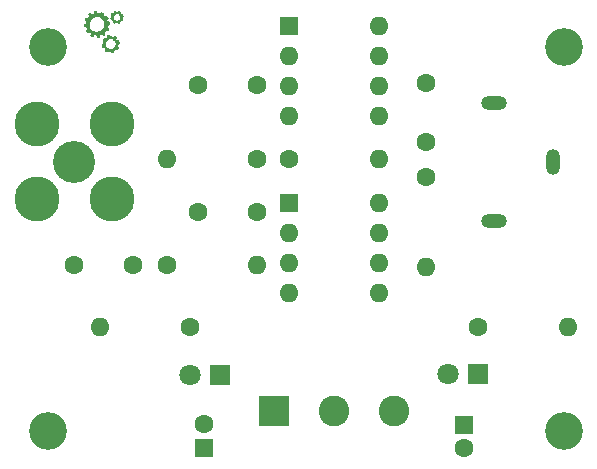
<source format=gts>
%TF.GenerationSoftware,KiCad,Pcbnew,(6.0.7-1)-1*%
%TF.CreationDate,2022-08-15T15:41:10-06:00*%
%TF.ProjectId,bpf,6270662e-6b69-4636-9164-5f7063625858,1*%
%TF.SameCoordinates,Original*%
%TF.FileFunction,Soldermask,Top*%
%TF.FilePolarity,Negative*%
%FSLAX46Y46*%
G04 Gerber Fmt 4.6, Leading zero omitted, Abs format (unit mm)*
G04 Created by KiCad (PCBNEW (6.0.7-1)-1) date 2022-08-15 15:41:10*
%MOMM*%
%LPD*%
G01*
G04 APERTURE LIST*
%ADD10C,1.600000*%
%ADD11O,1.600000X1.600000*%
%ADD12R,2.600000X2.600000*%
%ADD13C,2.600000*%
%ADD14C,3.200000*%
%ADD15R,1.800000X1.800000*%
%ADD16C,1.800000*%
%ADD17R,1.600000X1.600000*%
%ADD18C,3.556000*%
%ADD19C,3.810000*%
%ADD20O,2.200000X1.200000*%
%ADD21O,1.200000X2.200000*%
G04 APERTURE END LIST*
G36*
X81654059Y-92039807D02*
G01*
X81748966Y-92007092D01*
X81759483Y-91958054D01*
X81768021Y-91912818D01*
X81769412Y-91881160D01*
X81762001Y-91857427D01*
X81744132Y-91835967D01*
X81717171Y-91813477D01*
X81686153Y-91786091D01*
X81659372Y-91756975D01*
X81645276Y-91736812D01*
X81626209Y-91701406D01*
X81664525Y-91615415D01*
X81681770Y-91577707D01*
X81696389Y-91547564D01*
X81706282Y-91529231D01*
X81708921Y-91525735D01*
X81720752Y-91525912D01*
X81747604Y-91529395D01*
X81784896Y-91535532D01*
X81810000Y-91540144D01*
X81851213Y-91547251D01*
X81884641Y-91551617D01*
X81905741Y-91552724D01*
X81910584Y-91551621D01*
X81919268Y-91541351D01*
X81937421Y-91519899D01*
X81961590Y-91491346D01*
X81969305Y-91482231D01*
X82022443Y-91419463D01*
X81986680Y-91327231D01*
X81950916Y-91235000D01*
X81977958Y-91212530D01*
X82001144Y-91194457D01*
X82032896Y-91171154D01*
X82057491Y-91153818D01*
X82109982Y-91117576D01*
X82152491Y-91153005D01*
X82184748Y-91179942D01*
X82217510Y-91207378D01*
X82230000Y-91217865D01*
X82265000Y-91247296D01*
X82350000Y-91215050D01*
X82435000Y-91182805D01*
X82450000Y-91087080D01*
X82456907Y-91045655D01*
X82463259Y-91012266D01*
X82468152Y-90991442D01*
X82470000Y-90986872D01*
X82481515Y-90984260D01*
X82508372Y-90980908D01*
X82545953Y-90977343D01*
X82570773Y-90975391D01*
X82666547Y-90968392D01*
X82692171Y-91026696D01*
X82708080Y-91064571D01*
X82722278Y-91101207D01*
X82729361Y-91121554D01*
X82736548Y-91141107D01*
X82746125Y-91153084D01*
X82763266Y-91160641D01*
X82793147Y-91166933D01*
X82807963Y-91169488D01*
X82844520Y-91175982D01*
X82874589Y-91181841D01*
X82890919Y-91185606D01*
X82905209Y-91180674D01*
X82928293Y-91159544D01*
X82960707Y-91121707D01*
X82969205Y-91111010D01*
X83031571Y-91031677D01*
X83068285Y-91046987D01*
X83134282Y-91076596D01*
X83182699Y-91103332D01*
X83215524Y-91128459D01*
X83234310Y-91152420D01*
X83243188Y-91170762D01*
X83247407Y-91187809D01*
X83247138Y-91209353D01*
X83242554Y-91241185D01*
X83237752Y-91267917D01*
X83222771Y-91349206D01*
X83315241Y-91427178D01*
X83400120Y-91394225D01*
X83438854Y-91379556D01*
X83470921Y-91368093D01*
X83491479Y-91361537D01*
X83495748Y-91360636D01*
X83505622Y-91368126D01*
X83523696Y-91388746D01*
X83547276Y-91418857D01*
X83573664Y-91454818D01*
X83600164Y-91492990D01*
X83624080Y-91529734D01*
X83637292Y-91551699D01*
X83658380Y-91588398D01*
X83593403Y-91664248D01*
X83528425Y-91740098D01*
X83544794Y-91789382D01*
X83551952Y-91810728D01*
X83559084Y-91825535D01*
X83569831Y-91835687D01*
X83587836Y-91843071D01*
X83616740Y-91849571D01*
X83660184Y-91857072D01*
X83682851Y-91860842D01*
X83719355Y-91867659D01*
X83741731Y-91875021D01*
X83755679Y-91886079D01*
X83766899Y-91903983D01*
X83769294Y-91908616D01*
X83780228Y-91939897D01*
X83789727Y-91986004D01*
X83796727Y-92041768D01*
X83796744Y-92041951D01*
X83805604Y-92138846D01*
X83710417Y-92172867D01*
X83615231Y-92206888D01*
X83608036Y-92250944D01*
X83602301Y-92285133D01*
X83596945Y-92315635D01*
X83595801Y-92321846D01*
X83595225Y-92337448D01*
X83601991Y-92352301D01*
X83619069Y-92370511D01*
X83649429Y-92396183D01*
X83649839Y-92396515D01*
X83681402Y-92425076D01*
X83708184Y-92454669D01*
X83724567Y-92479058D01*
X83724915Y-92479811D01*
X83731972Y-92496846D01*
X83734628Y-92511489D01*
X83731918Y-92528496D01*
X83722875Y-92552622D01*
X83706534Y-92588624D01*
X83699974Y-92602642D01*
X83681781Y-92639965D01*
X83666183Y-92669218D01*
X83655339Y-92686488D01*
X83652018Y-92689471D01*
X83639710Y-92687448D01*
X83612516Y-92682460D01*
X83575180Y-92675385D01*
X83553126Y-92671134D01*
X83461253Y-92653325D01*
X83405626Y-92720942D01*
X83380622Y-92752303D01*
X83361443Y-92778197D01*
X83351042Y-92794558D01*
X83350000Y-92797558D01*
X83353453Y-92810293D01*
X83362711Y-92836938D01*
X83376120Y-92872846D01*
X83384012Y-92893194D01*
X83418025Y-92979831D01*
X83348423Y-93030455D01*
X83315173Y-93054137D01*
X83287110Y-93073210D01*
X83268863Y-93084561D01*
X83265663Y-93086129D01*
X83252867Y-93082153D01*
X83229269Y-93067330D01*
X83198824Y-93044317D01*
X83179845Y-93028487D01*
X83107186Y-92965795D01*
X82935000Y-93026647D01*
X82918734Y-93123755D01*
X82911473Y-93165322D01*
X82905066Y-93198768D01*
X82900392Y-93219671D01*
X82898734Y-93224407D01*
X82887798Y-93226613D01*
X82861420Y-93229663D01*
X82824114Y-93233077D01*
X82798280Y-93235106D01*
X82701560Y-93242261D01*
X82682150Y-93203630D01*
X82667373Y-93170641D01*
X82651877Y-93130719D01*
X82645330Y-93111786D01*
X82636372Y-93085108D01*
X82627716Y-93067628D01*
X82615038Y-93056448D01*
X82594014Y-93048666D01*
X82560319Y-93041381D01*
X82532473Y-93036091D01*
X82459947Y-93022313D01*
X82399007Y-93098656D01*
X82372414Y-93131186D01*
X82350269Y-93156816D01*
X82335573Y-93172151D01*
X82331533Y-93175000D01*
X82320117Y-93171166D01*
X82294862Y-93160874D01*
X82260140Y-93145939D01*
X82238770Y-93136484D01*
X82195021Y-93115846D01*
X82165698Y-93098701D01*
X82146355Y-93081921D01*
X82132543Y-93062380D01*
X82132012Y-93061442D01*
X82120933Y-93039645D01*
X82116565Y-93021136D01*
X82118398Y-92998297D01*
X82125585Y-92964957D01*
X82133234Y-92928921D01*
X82138420Y-92897789D01*
X82139843Y-92882359D01*
X82132316Y-92861626D01*
X82113198Y-92836468D01*
X82088026Y-92812783D01*
X82062338Y-92796468D01*
X82057385Y-92794526D01*
X82040565Y-92795256D01*
X82010552Y-92802256D01*
X81972645Y-92814179D01*
X81954970Y-92820585D01*
X81911128Y-92836197D01*
X81882001Y-92844007D01*
X81864206Y-92844727D01*
X81856526Y-92841267D01*
X81841180Y-92824676D01*
X81820287Y-92797019D01*
X81796304Y-92762208D01*
X81771692Y-92724154D01*
X81748907Y-92686769D01*
X81730409Y-92653964D01*
X81718655Y-92629650D01*
X81716072Y-92617792D01*
X81725839Y-92604858D01*
X81745415Y-92581254D01*
X81771264Y-92551203D01*
X81782859Y-92537994D01*
X81842032Y-92470989D01*
X81824241Y-92422994D01*
X81813806Y-92395223D01*
X81806534Y-92376579D01*
X81804639Y-92372247D01*
X81794652Y-92369528D01*
X81769512Y-92364612D01*
X81733830Y-92358373D01*
X81716782Y-92355565D01*
X81676684Y-92348554D01*
X81643882Y-92341859D01*
X81623620Y-92336586D01*
X81620297Y-92335184D01*
X81602625Y-92314420D01*
X81587852Y-92277949D01*
X81577555Y-92230017D01*
X81575674Y-92214989D01*
X81571169Y-92173795D01*
X81566564Y-92133412D01*
X81564220Y-92113760D01*
X81560522Y-92083670D01*
X82044283Y-92083670D01*
X82044572Y-92185054D01*
X82062233Y-92285419D01*
X82098166Y-92382573D01*
X82100696Y-92387791D01*
X82147065Y-92461613D01*
X82209794Y-92530693D01*
X82285366Y-92592542D01*
X82370270Y-92644668D01*
X82460989Y-92684578D01*
X82554010Y-92709782D01*
X82555194Y-92709997D01*
X82604426Y-92714998D01*
X82665193Y-92715520D01*
X82729714Y-92711995D01*
X82790206Y-92704853D01*
X82838886Y-92694527D01*
X82840000Y-92694198D01*
X82945834Y-92652718D01*
X83040809Y-92595729D01*
X83123597Y-92524984D01*
X83192870Y-92442238D01*
X83247303Y-92349244D01*
X83285569Y-92247758D01*
X83306339Y-92139533D01*
X83309852Y-92072992D01*
X83303109Y-91970736D01*
X83281676Y-91880013D01*
X83244341Y-91797576D01*
X83189890Y-91720176D01*
X83169044Y-91696370D01*
X83085792Y-91619716D01*
X82992913Y-91559734D01*
X82892543Y-91516922D01*
X82786820Y-91491778D01*
X82677880Y-91484800D01*
X82567859Y-91496485D01*
X82458895Y-91527332D01*
X82453090Y-91529550D01*
X82356972Y-91576698D01*
X82271926Y-91638170D01*
X82198852Y-91711774D01*
X82138651Y-91795318D01*
X82092223Y-91886610D01*
X82060467Y-91983458D01*
X82044283Y-92083670D01*
X81560522Y-92083670D01*
X81559152Y-92072521D01*
X81654059Y-92039807D01*
G37*
G36*
X83121805Y-93774486D02*
G01*
X83157438Y-93750960D01*
X83181550Y-93731920D01*
X83196753Y-93714138D01*
X83205656Y-93694384D01*
X83210868Y-93669430D01*
X83215001Y-93636047D01*
X83215975Y-93627672D01*
X83218896Y-93593913D01*
X83216334Y-93571279D01*
X83206172Y-93551178D01*
X83192677Y-93533089D01*
X83170715Y-93502828D01*
X83151727Y-93472863D01*
X83147118Y-93464444D01*
X83140543Y-93450248D01*
X83138416Y-93437604D01*
X83142088Y-93422446D01*
X83152912Y-93400704D01*
X83172240Y-93368311D01*
X83187009Y-93344444D01*
X83210131Y-93307310D01*
X83229127Y-93277033D01*
X83241673Y-93257301D01*
X83245455Y-93251638D01*
X83255871Y-93252064D01*
X83280852Y-93256210D01*
X83315491Y-93263233D01*
X83324429Y-93265194D01*
X83400469Y-93282112D01*
X83452734Y-93245691D01*
X83483268Y-93224252D01*
X83509280Y-93205706D01*
X83522608Y-93195953D01*
X83534968Y-93177240D01*
X83544612Y-93141073D01*
X83549325Y-93110101D01*
X83554846Y-93073642D01*
X83560900Y-93045222D01*
X83566262Y-93030485D01*
X83566716Y-93029978D01*
X83579914Y-93024324D01*
X83607250Y-93016303D01*
X83643255Y-93007489D01*
X83650000Y-93005991D01*
X83689170Y-92997303D01*
X83722858Y-92989610D01*
X83744419Y-92984434D01*
X83745847Y-92984062D01*
X83758574Y-92984145D01*
X83772127Y-92993430D01*
X83789604Y-93014849D01*
X83809602Y-93044390D01*
X83834592Y-93079142D01*
X83857115Y-93103913D01*
X83873697Y-93114883D01*
X83873755Y-93114896D01*
X83894728Y-93119019D01*
X83927566Y-93124996D01*
X83957930Y-93130290D01*
X84020861Y-93141036D01*
X84083147Y-93091474D01*
X84145432Y-93041912D01*
X84237223Y-93098456D01*
X84284473Y-93128725D01*
X84316244Y-93153549D01*
X84334701Y-93176905D01*
X84342006Y-93202771D01*
X84340323Y-93235124D01*
X84332700Y-93274012D01*
X84317597Y-93341338D01*
X84354686Y-93395189D01*
X84376356Y-93424896D01*
X84393761Y-93441884D01*
X84413024Y-93450527D01*
X84438387Y-93454960D01*
X84482793Y-93460303D01*
X84514767Y-93465236D01*
X84537065Y-93472751D01*
X84552444Y-93485841D01*
X84563662Y-93507497D01*
X84573475Y-93540714D01*
X84584639Y-93588482D01*
X84592366Y-93622085D01*
X84617359Y-93729170D01*
X84485131Y-93815000D01*
X84471957Y-93888634D01*
X84458782Y-93962268D01*
X84498867Y-94009807D01*
X84525486Y-94043220D01*
X84540923Y-94070264D01*
X84545100Y-94095652D01*
X84537939Y-94124098D01*
X84519362Y-94160316D01*
X84495746Y-94198816D01*
X84439433Y-94288064D01*
X84382216Y-94274388D01*
X84335997Y-94264690D01*
X84301688Y-94262632D01*
X84272184Y-94269657D01*
X84240377Y-94287208D01*
X84208743Y-94309618D01*
X84142486Y-94358543D01*
X84135387Y-94434295D01*
X84131311Y-94472891D01*
X84126799Y-94496058D01*
X84119988Y-94508314D01*
X84109012Y-94514179D01*
X84101644Y-94516068D01*
X84077339Y-94521658D01*
X84042428Y-94529800D01*
X84015000Y-94536249D01*
X83979916Y-94544488D01*
X83950760Y-94551265D01*
X83936929Y-94554417D01*
X83923696Y-94551314D01*
X83906759Y-94535180D01*
X83884000Y-94503826D01*
X83875732Y-94491142D01*
X83832604Y-94423859D01*
X83750305Y-94411260D01*
X83713488Y-94405794D01*
X83686598Y-94403786D01*
X83664693Y-94406875D01*
X83642830Y-94416704D01*
X83616068Y-94434911D01*
X83579464Y-94463138D01*
X83568748Y-94471521D01*
X83556342Y-94480690D01*
X83545191Y-94485292D01*
X83531919Y-94484177D01*
X83513151Y-94476190D01*
X83485512Y-94460181D01*
X83445625Y-94434996D01*
X83427205Y-94423197D01*
X83385195Y-94394007D01*
X83359135Y-94368133D01*
X83346781Y-94340589D01*
X83345888Y-94306386D01*
X83354142Y-94260843D01*
X83369118Y-94195184D01*
X83332708Y-94142318D01*
X83313573Y-94115813D01*
X83296718Y-94098549D01*
X83276845Y-94087888D01*
X83248656Y-94081192D01*
X83206851Y-94075823D01*
X83196952Y-94074737D01*
X83163212Y-94069969D01*
X83143751Y-94063141D01*
X83132860Y-94051505D01*
X83128315Y-94041712D01*
X83122010Y-94022206D01*
X83113329Y-93990714D01*
X83103361Y-93951803D01*
X83093194Y-93910038D01*
X83083918Y-93869987D01*
X83076622Y-93836214D01*
X83072393Y-93813288D01*
X83072169Y-93808456D01*
X83425757Y-93808456D01*
X83439805Y-93890312D01*
X83472711Y-93965675D01*
X83524333Y-94034089D01*
X83529525Y-94039513D01*
X83598080Y-94096253D01*
X83676129Y-94137083D01*
X83760378Y-94161068D01*
X83847536Y-94167272D01*
X83934310Y-94154759D01*
X83934650Y-94154670D01*
X84018133Y-94123674D01*
X84091155Y-94078271D01*
X84152498Y-94020834D01*
X84200946Y-93953738D01*
X84235283Y-93879356D01*
X84254294Y-93800062D01*
X84256762Y-93718229D01*
X84241470Y-93636230D01*
X84224086Y-93589757D01*
X84186743Y-93528197D01*
X84133478Y-93471006D01*
X84068361Y-93422079D01*
X84022585Y-93397014D01*
X83990184Y-93382393D01*
X83963301Y-93373051D01*
X83935632Y-93367817D01*
X83900875Y-93365523D01*
X83852728Y-93365000D01*
X83850000Y-93365000D01*
X83801059Y-93365467D01*
X83765808Y-93367651D01*
X83737945Y-93372718D01*
X83711167Y-93381839D01*
X83679172Y-93396183D01*
X83677414Y-93397014D01*
X83596860Y-93445516D01*
X83530128Y-93507395D01*
X83478585Y-93580857D01*
X83443599Y-93664110D01*
X83430708Y-93720566D01*
X83425757Y-93808456D01*
X83072169Y-93808456D01*
X83072042Y-93805727D01*
X83121805Y-93774486D01*
G37*
G36*
X83889873Y-91487339D02*
G01*
X83893504Y-91459210D01*
X83896396Y-91425416D01*
X83894590Y-91402840D01*
X83885559Y-91383450D01*
X83866774Y-91359214D01*
X83859201Y-91350203D01*
X83818543Y-91301985D01*
X83856771Y-91231180D01*
X83875685Y-91196543D01*
X83890412Y-91175486D01*
X83906277Y-91165697D01*
X83928608Y-91164863D01*
X83962731Y-91170670D01*
X83985521Y-91175270D01*
X84007300Y-91170533D01*
X84039397Y-91149430D01*
X84058021Y-91133918D01*
X84085484Y-91109071D01*
X84101037Y-91090686D01*
X84108059Y-91072336D01*
X84109934Y-91047594D01*
X84110000Y-91035128D01*
X84110000Y-90981807D01*
X84184722Y-90956684D01*
X84259444Y-90931560D01*
X84300653Y-90980780D01*
X84323653Y-91007358D01*
X84341125Y-91022080D01*
X84360351Y-91028449D01*
X84388615Y-91029966D01*
X84403009Y-91030000D01*
X84438330Y-91029009D01*
X84461762Y-91024008D01*
X84481392Y-91011956D01*
X84502479Y-90992578D01*
X84540802Y-90955157D01*
X84615640Y-90993682D01*
X84651200Y-91013358D01*
X84679898Y-91031774D01*
X84696880Y-91045731D01*
X84698981Y-91048604D01*
X84702529Y-91067385D01*
X84702388Y-91097705D01*
X84700345Y-91118977D01*
X84697080Y-91151552D01*
X84699559Y-91172844D01*
X84709920Y-91191244D01*
X84722639Y-91206477D01*
X84742699Y-91226666D01*
X84762092Y-91236609D01*
X84789391Y-91239816D01*
X84804486Y-91240000D01*
X84836562Y-91241772D01*
X84859886Y-91249245D01*
X84877591Y-91265656D01*
X84892810Y-91294242D01*
X84908678Y-91338237D01*
X84913190Y-91352264D01*
X84937683Y-91429393D01*
X84901341Y-91456188D01*
X84869161Y-91481933D01*
X84850640Y-91504271D01*
X84842135Y-91529829D01*
X84840004Y-91565237D01*
X84840000Y-91567821D01*
X84841849Y-91602924D01*
X84849898Y-91628346D01*
X84867898Y-91654255D01*
X84875000Y-91662710D01*
X84894609Y-91687303D01*
X84907310Y-91706463D01*
X84910000Y-91713338D01*
X84905409Y-91726329D01*
X84893322Y-91751418D01*
X84876262Y-91783395D01*
X84874618Y-91786345D01*
X84839237Y-91849613D01*
X84781975Y-91843628D01*
X84748667Y-91841031D01*
X84726210Y-91843720D01*
X84705924Y-91854365D01*
X84679856Y-91875028D01*
X84654570Y-91897485D01*
X84640510Y-91916420D01*
X84633602Y-91939838D01*
X84630000Y-91972960D01*
X84625000Y-92033506D01*
X84550000Y-92056563D01*
X84514747Y-92067398D01*
X84488199Y-92075551D01*
X84474979Y-92079604D01*
X84474298Y-92079810D01*
X84468257Y-92072925D01*
X84453712Y-92055227D01*
X84444298Y-92043582D01*
X84425423Y-92019741D01*
X84411791Y-92001837D01*
X84408760Y-91997531D01*
X84396225Y-91991820D01*
X84369717Y-91986468D01*
X84338760Y-91982982D01*
X84303676Y-91980846D01*
X84281416Y-91982700D01*
X84264880Y-91990789D01*
X84246968Y-92007357D01*
X84240538Y-92014032D01*
X84217966Y-92034955D01*
X84199114Y-92047925D01*
X84192639Y-92050000D01*
X84172801Y-92044813D01*
X84142434Y-92031280D01*
X84107453Y-92012442D01*
X84073772Y-91991342D01*
X84061363Y-91982482D01*
X84042689Y-91967475D01*
X84033317Y-91954009D01*
X84031053Y-91935276D01*
X84033702Y-91904467D01*
X84034351Y-91898701D01*
X84037275Y-91864280D01*
X84035106Y-91841557D01*
X84026012Y-91822498D01*
X84012987Y-91805077D01*
X83995330Y-91784992D01*
X83978707Y-91774518D01*
X83955591Y-91770558D01*
X83927730Y-91770000D01*
X83897405Y-91768915D01*
X83875589Y-91763528D01*
X83859263Y-91750642D01*
X83845405Y-91727058D01*
X83830996Y-91689577D01*
X83819692Y-91655600D01*
X83797105Y-91586201D01*
X83836052Y-91553249D01*
X83859378Y-91534413D01*
X83876277Y-91522414D01*
X83881075Y-91520148D01*
X83881951Y-91518208D01*
X84088819Y-91518208D01*
X84091663Y-91565823D01*
X84099007Y-91607840D01*
X84105027Y-91626674D01*
X84137814Y-91680936D01*
X84185555Y-91727061D01*
X84243628Y-91761013D01*
X84269935Y-91770656D01*
X84311178Y-91777615D01*
X84362127Y-91778439D01*
X84413556Y-91773451D01*
X84452663Y-91764248D01*
X84507258Y-91736515D01*
X84558341Y-91693789D01*
X84600586Y-91640994D01*
X84616497Y-91612834D01*
X84637982Y-91549608D01*
X84644204Y-91482917D01*
X84635813Y-91417385D01*
X84613457Y-91357636D01*
X84577787Y-91308293D01*
X84573095Y-91303714D01*
X84515953Y-91262992D01*
X84450746Y-91238385D01*
X84381287Y-91229920D01*
X84311388Y-91237621D01*
X84244862Y-91261516D01*
X84186116Y-91301106D01*
X84135712Y-91357513D01*
X84103561Y-91422062D01*
X84089522Y-91495065D01*
X84088819Y-91518208D01*
X83881951Y-91518208D01*
X83885206Y-91511000D01*
X83889873Y-91487339D01*
G37*
D10*
X96250000Y-103500000D03*
D11*
X88630000Y-103500000D03*
D12*
X97665000Y-124805000D03*
D13*
X102745000Y-124805000D03*
X107825000Y-124805000D03*
D10*
X88630000Y-112500000D03*
D11*
X96250000Y-112500000D03*
D14*
X78500000Y-94000000D03*
X122250000Y-126500000D03*
D15*
X114965000Y-121705000D03*
D16*
X112425000Y-121705000D03*
D10*
X96250000Y-108000000D03*
X91250000Y-108000000D03*
D17*
X91750000Y-127955112D03*
D10*
X91750000Y-125955112D03*
D17*
X98950000Y-107200000D03*
D11*
X98950000Y-109740000D03*
X98950000Y-112280000D03*
X98950000Y-114820000D03*
X106570000Y-114820000D03*
X106570000Y-112280000D03*
X106570000Y-109740000D03*
X106570000Y-107200000D03*
D10*
X110500000Y-102050000D03*
X110500000Y-97050000D03*
X114940000Y-117750000D03*
D11*
X122560000Y-117750000D03*
D14*
X78500000Y-126500000D03*
D10*
X98940000Y-103500000D03*
D11*
X106560000Y-103500000D03*
D10*
X110500000Y-105000000D03*
D11*
X110500000Y-112620000D03*
D17*
X113750000Y-126000000D03*
D10*
X113750000Y-128000000D03*
D15*
X93085000Y-121750000D03*
D16*
X90545000Y-121750000D03*
D18*
X80750000Y-103750000D03*
D19*
X83925000Y-100575000D03*
X77575000Y-100575000D03*
X83925000Y-106925000D03*
X77575000Y-106925000D03*
D10*
X91250000Y-97250000D03*
X96250000Y-97250000D03*
D14*
X122250000Y-94000000D03*
D20*
X116250000Y-108750000D03*
D21*
X121250000Y-103750000D03*
D20*
X116250000Y-98750000D03*
D10*
X90560000Y-117750000D03*
D11*
X82940000Y-117750000D03*
D10*
X85750000Y-112500000D03*
X80750000Y-112500000D03*
D17*
X98950000Y-92200000D03*
D11*
X98950000Y-94740000D03*
X98950000Y-97280000D03*
X98950000Y-99820000D03*
X106570000Y-99820000D03*
X106570000Y-97280000D03*
X106570000Y-94740000D03*
X106570000Y-92200000D03*
M02*

</source>
